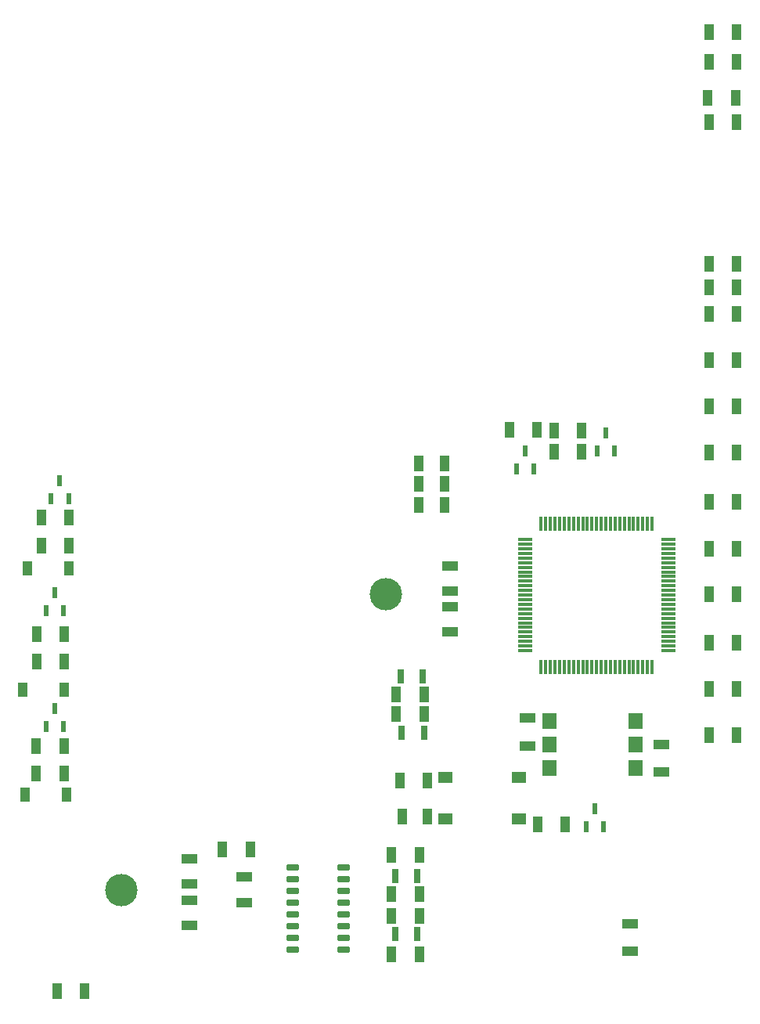
<source format=gtp>
G04*
G04 #@! TF.GenerationSoftware,Altium Limited,Altium Designer,22.9.1 (49)*
G04*
G04 Layer_Color=8421504*
%FSLAX44Y44*%
%MOMM*%
G71*
G04*
G04 #@! TF.SameCoordinates,3AF70149-3D4E-492E-B143-9ECFE05FD8F5*
G04*
G04*
G04 #@! TF.FilePolarity,Positive*
G04*
G01*
G75*
%ADD18R,0.3000X1.5000*%
%ADD19R,1.5000X0.3000*%
%ADD20R,1.0400X1.7800*%
%ADD21R,1.7800X1.0400*%
%ADD22R,1.0500X1.8000*%
%ADD23R,1.8000X1.0500*%
%ADD24R,1.5500X1.3000*%
G04:AMPARAMS|DCode=25|XSize=1.26mm|YSize=0.59mm|CornerRadius=0.0738mm|HoleSize=0mm|Usage=FLASHONLY|Rotation=90.000|XOffset=0mm|YOffset=0mm|HoleType=Round|Shape=RoundedRectangle|*
%AMROUNDEDRECTD25*
21,1,1.2600,0.4425,0,0,90.0*
21,1,1.1125,0.5900,0,0,90.0*
1,1,0.1475,0.2213,0.5563*
1,1,0.1475,0.2213,-0.5563*
1,1,0.1475,-0.2213,-0.5563*
1,1,0.1475,-0.2213,0.5563*
%
%ADD25ROUNDEDRECTD25*%
%ADD26R,1.5200X1.7800*%
%ADD27R,0.8000X1.5000*%
G04:AMPARAMS|DCode=28|XSize=1.31mm|YSize=0.62mm|CornerRadius=0.0775mm|HoleSize=0mm|Usage=FLASHONLY|Rotation=0.000|XOffset=0mm|YOffset=0mm|HoleType=Round|Shape=RoundedRectangle|*
%AMROUNDEDRECTD28*
21,1,1.3100,0.4650,0,0,0.0*
21,1,1.1550,0.6200,0,0,0.0*
1,1,0.1550,0.5775,-0.2325*
1,1,0.1550,-0.5775,-0.2325*
1,1,0.1550,-0.5775,0.2325*
1,1,0.1550,0.5775,0.2325*
%
%ADD28ROUNDEDRECTD28*%
%ADD29R,1.0000X1.5000*%
%ADD30C,3.5000*%
D18*
X748568Y523017D02*
D03*
X743568D02*
D03*
X738568D02*
D03*
X733568D02*
D03*
X728568D02*
D03*
X723568D02*
D03*
X718568D02*
D03*
X713568D02*
D03*
X708568D02*
D03*
X703568D02*
D03*
X698568D02*
D03*
X693568D02*
D03*
X688568D02*
D03*
X683568D02*
D03*
X678568D02*
D03*
X673568D02*
D03*
X668568D02*
D03*
X663568D02*
D03*
X658568D02*
D03*
X653568D02*
D03*
X648568D02*
D03*
X643568D02*
D03*
X638568D02*
D03*
X633568D02*
D03*
X628568D02*
D03*
Y368017D02*
D03*
X633568D02*
D03*
X638568D02*
D03*
X643568D02*
D03*
X648568D02*
D03*
X653568D02*
D03*
X658568D02*
D03*
X663568D02*
D03*
X668568D02*
D03*
X673568D02*
D03*
X678568D02*
D03*
X683568D02*
D03*
X688568D02*
D03*
X693568D02*
D03*
X698568D02*
D03*
X703568D02*
D03*
X708568D02*
D03*
X713568D02*
D03*
X718568D02*
D03*
X723568D02*
D03*
X728568D02*
D03*
X733568D02*
D03*
X738568D02*
D03*
X743568D02*
D03*
X748568D02*
D03*
D19*
X611068Y505517D02*
D03*
Y500517D02*
D03*
Y495517D02*
D03*
Y490517D02*
D03*
Y485517D02*
D03*
Y480517D02*
D03*
Y475517D02*
D03*
Y470517D02*
D03*
Y465517D02*
D03*
Y460517D02*
D03*
Y455517D02*
D03*
Y450517D02*
D03*
Y445517D02*
D03*
Y440517D02*
D03*
Y435517D02*
D03*
Y430517D02*
D03*
Y425517D02*
D03*
Y420517D02*
D03*
Y415517D02*
D03*
Y410517D02*
D03*
Y405517D02*
D03*
Y400517D02*
D03*
Y395517D02*
D03*
Y390517D02*
D03*
Y385517D02*
D03*
X766068D02*
D03*
Y390517D02*
D03*
Y395517D02*
D03*
Y400517D02*
D03*
Y405517D02*
D03*
Y410517D02*
D03*
Y415517D02*
D03*
Y420517D02*
D03*
Y425517D02*
D03*
Y430517D02*
D03*
Y435517D02*
D03*
Y440517D02*
D03*
Y445517D02*
D03*
Y450517D02*
D03*
Y455517D02*
D03*
Y460517D02*
D03*
Y465517D02*
D03*
Y470517D02*
D03*
Y475517D02*
D03*
Y480517D02*
D03*
Y485517D02*
D03*
Y490517D02*
D03*
Y495517D02*
D03*
Y500517D02*
D03*
Y505517D02*
D03*
D20*
X505468Y205756D02*
D03*
X478068D02*
D03*
X523968Y587756D02*
D03*
X496568D02*
D03*
X523968Y565756D02*
D03*
X496568D02*
D03*
X523968Y542756D02*
D03*
X496568D02*
D03*
D21*
X530268Y432956D02*
D03*
Y405556D02*
D03*
Y449556D02*
D03*
Y476956D02*
D03*
X307768Y140456D02*
D03*
Y113056D02*
D03*
X247768Y160456D02*
D03*
Y133056D02*
D03*
Y88056D02*
D03*
Y115456D02*
D03*
D22*
X87768Y499256D02*
D03*
X117768D02*
D03*
X87768Y529256D02*
D03*
X117768D02*
D03*
X82518Y252256D02*
D03*
X112518D02*
D03*
X283750Y170750D02*
D03*
X313750D02*
D03*
X82518Y282256D02*
D03*
X112518D02*
D03*
X105000Y17000D02*
D03*
X135000D02*
D03*
X672518Y623756D02*
D03*
X642518D02*
D03*
X672518Y600756D02*
D03*
X642518D02*
D03*
X505418Y244756D02*
D03*
X475418D02*
D03*
X594000Y624000D02*
D03*
X624000D02*
D03*
X471768Y316756D02*
D03*
X501768D02*
D03*
X496675Y164256D02*
D03*
X466675D02*
D03*
X496675Y56756D02*
D03*
X466675D02*
D03*
X471768Y337756D02*
D03*
X501768D02*
D03*
X654768Y197256D02*
D03*
X624768D02*
D03*
X466675Y98806D02*
D03*
X496675D02*
D03*
X466675Y121756D02*
D03*
X496675D02*
D03*
X82768Y403256D02*
D03*
X112768D02*
D03*
X82768Y373256D02*
D03*
X112768D02*
D03*
X840268Y394256D02*
D03*
X810268D02*
D03*
X840268Y599256D02*
D03*
X810268D02*
D03*
X840268Y446756D02*
D03*
X810268D02*
D03*
X840268Y495456D02*
D03*
X810268D02*
D03*
X840268Y344256D02*
D03*
X810268D02*
D03*
X840268Y699256D02*
D03*
X810268D02*
D03*
X840268Y546756D02*
D03*
X810268D02*
D03*
X840268Y294256D02*
D03*
X810268D02*
D03*
X840268Y749256D02*
D03*
X810268D02*
D03*
X840000Y778000D02*
D03*
X810000D02*
D03*
X840000Y804000D02*
D03*
X810000D02*
D03*
X840000Y957000D02*
D03*
X810000D02*
D03*
X839000Y983000D02*
D03*
X809000D02*
D03*
X840000Y1022000D02*
D03*
X810000D02*
D03*
X840268Y1054256D02*
D03*
X810268D02*
D03*
X840268Y649256D02*
D03*
X810268D02*
D03*
D23*
X725000Y60000D02*
D03*
Y90000D02*
D03*
X758268Y254256D02*
D03*
Y284256D02*
D03*
X614268Y312256D02*
D03*
Y282256D02*
D03*
D24*
X525018Y248256D02*
D03*
Y203256D02*
D03*
X604518Y248256D02*
D03*
Y203256D02*
D03*
D25*
X98309Y549456D02*
D03*
X117309D02*
D03*
X107809Y569056D02*
D03*
X689018Y600956D02*
D03*
X708018D02*
D03*
X698518Y620556D02*
D03*
X602018Y581956D02*
D03*
X621018D02*
D03*
X611518Y601556D02*
D03*
X677268Y194556D02*
D03*
X696268D02*
D03*
X686768Y214156D02*
D03*
X93059Y303256D02*
D03*
X112059D02*
D03*
X102559Y322856D02*
D03*
X93059Y428456D02*
D03*
X112059D02*
D03*
X102559Y448056D02*
D03*
D26*
X730718Y309656D02*
D03*
Y284256D02*
D03*
Y258856D02*
D03*
X637818D02*
D03*
Y284256D02*
D03*
Y309656D02*
D03*
D27*
X477768Y296756D02*
D03*
X501768D02*
D03*
X476768Y357756D02*
D03*
X500768D02*
D03*
X494768Y79256D02*
D03*
X470768D02*
D03*
X494768Y141756D02*
D03*
X470768D02*
D03*
D28*
X415268Y151206D02*
D03*
Y138506D02*
D03*
X360268Y62306D02*
D03*
X415268Y75006D02*
D03*
X360268D02*
D03*
Y100406D02*
D03*
X415268Y62306D02*
D03*
X360268Y87706D02*
D03*
X415268D02*
D03*
Y100406D02*
D03*
Y125806D02*
D03*
X360268Y113106D02*
D03*
Y125806D02*
D03*
Y151206D02*
D03*
X415268Y113106D02*
D03*
X360268Y138506D02*
D03*
D29*
X118018Y474256D02*
D03*
X73018D02*
D03*
X112768Y343256D02*
D03*
X67768D02*
D03*
X115000Y230000D02*
D03*
X70000D02*
D03*
D30*
X460322Y446326D02*
D03*
X174268Y126506D02*
D03*
M02*

</source>
